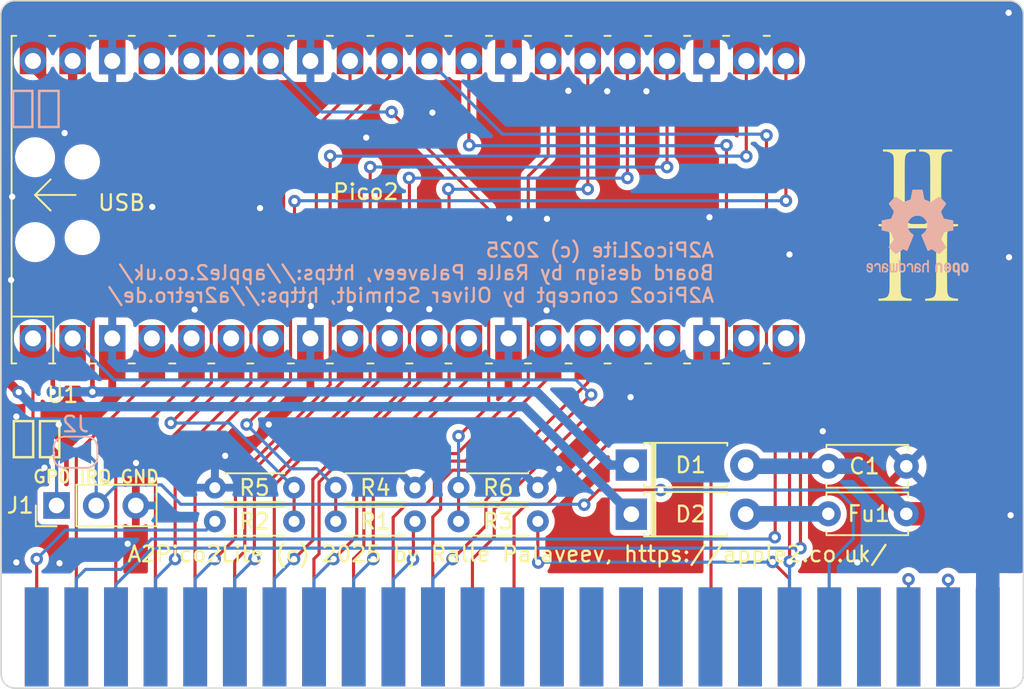
<source format=kicad_pcb>
(kicad_pcb (version 20240108) (generator "pcbnew") (generator_version "8.0")
  (title_block (title "A2Pico2Lite"))
  (layers (0 "F.Cu" signal) (31 "B.Cu" signal) (34 "B.Paste" user) (35 "F.Paste" user) (36 "B.SilkS" user "B.Silkscreen") (37 "F.SilkS" user "F.Silkscreen") (38 "B.Mask" user) (39 "F.Mask" user) (44 "Edge.Cuts" user))
  (net 0 "")
  (net 1 "GND")
  (net 2 "3.3V")
  (net 3 "VSYS")
  (net 4 "5V")
  (net 5 "VBUS")
  (net 6 "PHI0")
  (net 7 "A10")
  (net 8 "A11")
  (net 9 "D0")
  (net 10 "A0")
  (net 11 "D1")
  (net 12 "D2")
  (net 13 "D3")
  (net 14 "A1")
  (net 15 "A2")
  (net 16 "A3")
  (net 17 "D4")
  (net 18 "A4")
  (net 19 "D7")
  (net 20 "A7")
  (net 21 "A8")
  (net 22 "A9")
  (net 23 "A6")
  (net 24 "A5")
  (net 25 "D5")
  (net 26 "D6")
  (net 27 "3V3_en")
  (net 28 "ADC_VREF")
  (net 29 "~{DevSel}_")
  (net 30 "~{IOSel}_")
  (net 31 "~{IOStb}_")
  (net 32 "GPIO0")
  (net 33 "~{IRQ}")
  (net 34 "R~{W}")
  (net 35 "~{Reset}")
  (net 36 "~{IOStb}")
  (net 37 "~{IOSel}")
  (net 38 "~{DevSel}")
  (net 39 "5V-1")
  (footprint "" (layer "F.Cu") (at 150.606 123.90165)
    (property "Reference" "")
    (property "Value" "")
  )
  (footprint "" (layer "F.Cu") (at 178.546 123.90165)
    (property "Reference" "")
    (property "Value" "")
  )
  (footprint "" (layer "F.Cu") (at 153.146 123.90165)
    (property "Reference" "")
    (property "Value" "")
  )
  (footprint "Resistor_THT:R_Axial_DIN0204_L3.6mm_D1.6mm_P5.08mm_Horizontal" (layer "F.Cu") (at 134.085 114.33365 180)
    (property "Reference" "R5")
    (property "Value" "20k" (hide yes))
  )
  (footprint "" (layer "F.Cu") (at 173.466 123.90165)
    (property "Reference" "")
    (property "Value" "")
  )
  (footprint "" (layer "F.Cu") (at 158.226 123.90165)
    (property "Reference" "")
    (property "Value" "")
  )
  (footprint "Resistor_THT:R_Axial_DIN0204_L3.6mm_D1.6mm_P5.08mm_Horizontal" (layer "F.Cu") (at 149.706 114.33365 180)
    (property "Reference" "R6")
    (property "Value" "20k" (hide yes))
  )
  (footprint "Resistor_THT:R_Axial_DIN0204_L3.6mm_D1.6mm_P5.08mm_Horizontal" (layer "F.Cu") (at 141.832 114.33365 180)
    (property "Reference" "R4")
    (property "Value" "20k" (hide yes))
  )
  (footprint "" (layer "F.Cu") (at 125.206 123.90165)
    (property "Reference" "")
    (property "Value" "")
  )
  (footprint "" (layer "F.Cu") (at 148.066 123.90165)
    (property "Reference" "")
    (property "Value" "")
  )
  (footprint "" (layer "F.Cu") (at 137.906 123.90165)
    (property "Reference" "")
    (property "Value" "")
  )
  (footprint "LOGO" (layer "F.Cu") (at 174.0916 97.5106)
    (property "Reference" "G***" (hide yes))
    (property "Value" "LOGO" (hide yes))
  )
  (footprint "" (layer "F.Cu") (at 150.606 123.90165)
    (property "Reference" "")
    (property "Value" "")
  )
  (footprint "" (layer "F.Cu") (at 165.846 123.90165)
    (property "Reference" "")
    (property "Value" "")
  )
  (footprint "" (layer "F.Cu") (at 122.666 123.90165)
    (property "Reference" "")
    (property "Value" "")
  )
  (footprint "" (layer "F.Cu") (at 142.986 123.90165)
    (property "Reference" "")
    (property "Value" "")
  )
  (footprint "" (layer "F.Cu") (at 170.926 123.90165)
    (property "Reference" "")
    (property "Value" "")
  )
  (footprint "" (layer "F.Cu") (at 120.126 123.90165)
    (property "Reference" "")
    (property "Value" "")
  )
  (footprint "" (layer "F.Cu") (at 130.286 123.90165)
    (property "Reference" "")
    (property "Value" "")
  )
  (footprint "RaspberryPI PicoW:RPi_PicoW_SMD_TH" (layer "F.Cu") (at 141.478 95.87515 90)
    (property "Reference" "U1")
    (property "Value" "Pico" (hide yes))
  )
  (footprint "Capacitor_THT:C_Disc_D5.0mm_W2.5mm_P5.00mm" (layer "F.Cu") (at 168.3242 112.96205)
    (property "Reference" "C1")
    (property "Value" "100n" (hide yes))
  )
  (footprint "Resistor_THT:R_Axial_DIN0204_L3.6mm_D1.6mm_P5.08mm_Horizontal" (layer "F.Cu") (at 149.706 116.49265 180)
    (property "Reference" "R3")
    (property "Value" "10k" (hide yes))
  )
  (footprint "" (layer "F.Cu") (at 163.306 123.90165)
    (property "Reference" "")
    (property "Value" "")
  )
  (footprint "" (layer "F.Cu") (at 140.446 123.90165)
    (property "Reference" "")
    (property "Value" "")
  )
  (footprint "" (layer "F.Cu") (at 125.206 123.90165)
    (property "Reference" "")
    (property "Value" "")
  )
  (footprint "" (layer "F.Cu") (at 130.286 123.90165)
    (property "Reference" "")
    (property "Value" "")
  )
  (footprint "" (layer "F.Cu") (at 165.846 123.90165)
    (property "Reference" "")
    (property "Value" "")
  )
  (footprint "" (layer "F.Cu") (at 160.766 123.90165)
    (property "Reference" "")
    (property "Value" "")
  )
  (footprint "Capacitor_THT:C_Disc_D5.0mm_W2.5mm_P5.00mm" (layer "F.Cu") (at 173.3242 116.01005 180)
    (property "Reference" "Fu1")
    (property "Value" "500mA" (hide yes))
  )
  (footprint "" (layer "F.Cu") (at 176.006 123.90165)
    (property "Reference" "")
    (property "Value" "")
  )
  (footprint "" (layer "F.Cu") (at 163.306 123.90165)
    (property "Reference" "")
    (property "Value" "")
  )
  (footprint "" (layer "F.Cu") (at 117.586 123.90165)
    (property "Reference" "")
    (property "Value" "")
  )
  (footprint "" (layer "F.Cu") (at 160.766 123.90165)
    (property "Reference" "")
    (property "Value" "")
  )
  (footprint "Resistor_THT:R_Axial_DIN0204_L3.6mm_D1.6mm_P5.08mm_Horizontal" (layer "F.Cu") (at 134.085 116.49265 180)
    (property "Reference" "R2")
    (property "Value" "10k" (hide yes))
  )
  (footprint "" (layer "F.Cu") (at 140.446 123.90165)
    (property "Reference" "")
    (property "Value" "")
  )
  (footprint "" (layer "F.Cu") (at 145.526 123.90165)
    (property "Reference" "")
    (property "Value" "")
  )
  (footprint "" (layer "F.Cu") (at 178.546 123.90165)
    (property "Reference" "")
    (property "Value" "")
  )
  (footprint "" (layer "F.Cu") (at 170.926 123.90165)
    (property "Reference" "")
    (property "Value" "")
  )
  (footprint "" (layer "F.Cu") (at 132.826 123.90165)
    (property "Reference" "")
    (property "Value" "")
  )
  (footprint "" (layer "F.Cu") (at 135.366 123.90165)
    (property "Reference" "")
    (property "Value" "")
  )
  (footprint "" (layer "F.Cu") (at 155.686 123.90165)
    (property "Reference" "")
    (property "Value" "")
  )
  (footprint "" (layer "F.Cu") (at 158.226 123.90165)
    (property "Reference" "")
    (property "Value" "")
  )
  (footprint "" (layer "F.Cu") (at 168.386 123.90165)
    (property "Reference" "")
    (property "Value" "")
  )
  (footprint "" (layer "F.Cu") (at 145.526 123.90165)
    (property "Reference" "")
    (property "Value" "")
  )
  (footprint "Diode_THT:D_T-1_P5.08mm_Horizontal" (layer "F.Cu") (at 155.7004 112.88585)
    (property "Reference" "D1")
    (property "Value" "D_T-1_P5.08mm_Horizontal" (hide yes))
  )
  (footprint "" (layer "F.Cu") (at 173.466 123.90165)
    (property "Reference" "")
    (property "Value" "")
  )
  (footprint "" (layer "F.Cu") (at 122.666 123.90165)
    (property "Reference" "")
    (property "Value" "")
  )
  (footprint "" (layer "F.Cu") (at 168.386 123.90165)
    (property "Reference" "")
    (property "Value" "")
  )
  (footprint "Connector_PinHeader_2.54mm:PinHeader_1x03_P2.54mm_Vertical" (layer "F.Cu") (at 118.86 115.47665 90)
    (property "Reference" "J1")
    (property "Value" "PinHeader_1x03_P2.54mm_Vertical" (hide yes))
  )
  (footprint "Resistor_THT:R_Axial_DIN0204_L3.6mm_D1.6mm_P5.08mm_Horizontal" (layer "F.Cu") (at 141.832 116.49265 180)
    (property "Reference" "R1")
    (property "Value" "10k" (hide yes))
  )
  (footprint "" (layer "F.Cu") (at 142.986 123.90165)
    (property "Reference" "")
    (property "Value" "")
  )
  (footprint "" (layer "F.Cu") (at 135.366 123.90165)
    (property "Reference" "")
    (property "Value" "")
  )
  (footprint "" (layer "F.Cu") (at 148.066 123.90165)
    (property "Reference" "")
    (property "Value" "")
  )
  (footprint "" (layer "F.Cu") (at 137.906 123.90165)
    (property "Reference" "")
    (property "Value" "")
  )
  (footprint "" (layer "F.Cu") (at 132.826 123.90165)
    (property "Reference" "")
    (property "Value" "")
  )
  (footprint "" (layer "F.Cu") (at 127.746 123.90165)
    (property "Reference" "")
    (property "Value" "")
  )
  (footprint "" (layer "F.Cu") (at 120.126 123.90165)
    (property "Reference" "")
    (property "Value" "")
  )
  (footprint "" (layer "F.Cu") (at 153.146 123.90165)
    (property "Reference" "")
    (property "Value" "")
  )
  (footprint "" (layer "F.Cu") (at 176.006 123.90165)
    (property "Reference" "")
    (property "Value" "")
  )
  (footprint "Diode_THT:D_T-1_P5.08mm_Horizontal" (layer "F.Cu") (at 155.7004 116.03545)
    (property "Reference" "D2")
    (property "Value" "D_T-1_P5.08mm_Horizontal" (hide yes))
  )
  (footprint "" (layer "F.Cu") (at 155.686 123.90165)
    (property "Reference" "")
    (property "Value" "")
  )
  (footprint "" (layer "F.Cu") (at 127.746 123.90165)
    (property "Reference" "")
    (property "Value" "")
  )
  (footprint "" (layer "F.Cu") (at 117.586 123.90165)
    (property "Reference" "")
    (property "Value" "")
  )
  (footprint "Jumper:SolderJumper-2_P1.3mm_Bridged_RoundedPad1.0x1.5mm" (layer "B.Cu") (at 120.0762 112.0648 180)
    (property "Reference" "J2")
    (property "Value" "SolderJumper-2_P1.3mm_Bridged_RoundedPad1.0x1.5mm" (hide yes))
  )
  (footprint "Symbol:OSHW-Logo2_7.3x6mm_SilkScreen" (layer "B.Cu") (at 174.0408 97.9932 180)
    (property "Reference" "REF**" (hide yes))
    (property "Value" "OSHW-Logo2_7.3x6mm_SilkScreen" (hide yes))
  )
  (gr_line (start 120.078 95.57515) (end 117.478 95.57515) (stroke (width 0.12)) (layer "F.SilkS"))
  (gr_line (start 118.478 96.57515) (end 117.478 95.57515) (stroke (width 0.12)) (layer "F.SilkS"))
  (gr_line (start 118.478 94.57515) (end 117.478 95.57515) (stroke (width 0.12)) (layer "F.SilkS"))
  (gr_line (start 117.478 95.57515) (end 118.478 96.57515) (stroke (width 0.12)) (layer "F.SilkS"))
  (gr_arc (start 116.198623 127.184177) (mid 115.57 126.9238) (end 115.309623 126.295177) (stroke (width 0.1)) (layer "Edge.Cuts"))
  (gr_arc (start 180.828977 126.320577) (mid 180.5686 126.9492) (end 179.939977 127.209577) (stroke (width 0.1)) (layer "Edge.Cuts"))
  (gr_line (start 116.173223 83.127823) (end 179.939977 83.127823) (stroke (width 0.1)) (layer "Edge.Cuts"))
  (gr_arc (start 115.284223 84.016823) (mid 115.5446 83.3882) (end 116.173223 83.127823) (stroke (width 0.1)) (layer "Edge.Cuts"))
  (gr_line (start 116.198623 127.184177) (end 179.939977 127.209577) (stroke (width 0.1)) (layer "Edge.Cuts"))
  (gr_line (start 180.828977 126.320577) (end 180.828977 84.016823) (stroke (width 0.1)) (layer "Edge.Cuts"))
  (gr_line (start 115.309623 126.295177) (end 115.284223 84.016823) (stroke (width 0.1)) (layer "Edge.Cuts"))
  (gr_arc (start 179.939977 83.127823) (mid 180.5686 83.3882) (end 180.828977 84.016823) (stroke (width 0.1)) (layer "Edge.Cuts"))
  (gr_text "A2Pico2Lite (c) 2025\nBoard design by Ralle Palaveev, https://apple2.co.uk/\nA2Pico2 concept by Oliver Schmidt, https://a2retro.de/\n" (at 161.0868 102.5398 0) (layer "B.SilkS") (effects (font (size 0.9 0.9)) (justify left bottom mirror)))
  (gr_text "" (at 115.8494 91.1352 0) (layer "B.SilkS") (effects (font (size 2 2) (thickness 0.3) (bold yes)) (justify left bottom)))
  (gr_text "Pico2" (at 138.678 95.37515 0) (layer "F.SilkS") (effects (font (size 1 1))))
  (gr_text "" (at 155.686 123.90165 0) (layer "F.SilkS") (effects (font (size 1.27 1.27))))
  (gr_text "USB" (at 123.025 96.07665 0) (layer "F.SilkS") (effects (font (size 1 1))))
  (gr_text "A2Pico2Lite (c) 2025 by Ralle Palaveev, https://apple2.co.uk/" (at 147.7518 118.5926 0) (layer "F.SilkS") (effects (font (size 1 1))))
  (gr_text "" (at 155.686 123.90165 0) (layer "F.SilkS") (effects (font (size 1.27 1.27))))
  (gr_text "GP0 IRQ GND" (at 117.2702 114.10505 0) (layer "F.SilkS") (effects (font (size 0.8 0.8)) (justify left bottom)))
  (gr_text "" (at 115.9002 112.30005 0) (layer "F.SilkS") (effects (font (size 2 2) (thickness 0.3) (bold yes)) (justify left bottom)))
  (segment (start 176.006 120.242056) (end 176.006 123.90165) (width 0.2) (layer "F.Cu") (net 0))
  (segment (start 173.466 120.207843) (end 173.466 123.90165) (width 0.2) (layer "F.Cu") (net 0))
  (via (at 173.466 120.207843) (size 0.8) (drill 0.4) (layers "F.Cu" "B.Cu") (net 0))
  (via (at 176.006 120.242056) (size 0.8) (drill 0.4) (layers "F.Cu" "B.Cu") (net 0))
  (segment (start 173.466 120.207843) (end 173.466 123.90165) (width 0.2) (layer "B.Cu") (net 0))
  (segment (start 176.006 120.242056) (end 176.006 123.90165) (width 0.2) (layer "B.Cu") (net 0))
  (via (at 154.1526 88.9254) (size 0.8) (drill 0.4) (layers "F.Cu" "B.Cu") (net 1))
  (via (at 123.952 112.7506) (size 0.8) (drill 0.4) (layers "F.Cu" "B.Cu") (net 1))
  (via (at 118.999 110.2868) (size 0.8) (drill 0.4) (layers "F.Cu" "B.Cu") (net 1))
  (via (at 140.1826 102.8954) (size 0.8) (drill 0.4) (layers "F.Cu" "B.Cu") (net 1))
  (via (at 118.0846 113.0554) (size 0.8) (drill 0.4) (layers "F.Cu" "B.Cu") (net 1))
  (via (at 151.6634 88.9) (size 0.8) (drill 0.4) (layers "F.Cu" "B.Cu") (net 1))
  (via (at 150.2918 97.1042) (size 0.8) (drill 0.4) (layers "F.Cu" "B.Cu") (net 1))
  (via (at 147.8788 97.0788) (size 0.8) (drill 0.4) (layers "F.Cu" "B.Cu") (net 1))
  (via (at 160.7058 97.0026) (size 0.8) (drill 0.4) (layers "F.Cu" "B.Cu") (net 1))
  (via (at 167.9702 110.7186) (size 0.8) (drill 0.4) (layers "F.Cu" "B.Cu") (net 1))
  (via (at 165.8366 99.3902) (size 0.8) (drill 0.4) (layers "F.Cu" "B.Cu") (net 1))
  (via (at 179.9082 99.568) (size 0.8) (drill 0.4) (layers "F.Cu" "B.Cu") (net 1))
  (via (at 123.4186 117.9322) (size 0.8) (drill 0.4) (layers "F.Cu" "B.Cu") (net 1))
  (via (at 116.2812 119.126) (size 0.8) (drill 0.4) (layers "F.Cu" "B.Cu") (net 1))
  (via (at 127.7112 102.9208) (size 0.8) (drill 0.4) (layers "F.Cu" "B.Cu") (net 1))
  (via (at 151.0792 113.1316) (size 0.8) (drill 0.4) (layers "F.Cu" "B.Cu") (net 1))
  (via (at 142.748 102.8954) (size 0.8) (drill 0.4) (layers "F.Cu" "B.Cu") (net 1))
  (via (at 135.1534 102.6922) (size 0.8) (drill 0.4) (layers "F.Cu" "B.Cu") (net 1))
  (via (at 170.18 119.126) (size 0.8) (drill 0.4) (layers "F.Cu" "B.Cu") (net 1))
  (via (at 180.0098 116.1034) (size 0.8) (drill 0.4) (layers "F.Cu" "B.Cu") (net 1))
  (via (at 119.375 91.60665) (size 0.8) (drill 0.4) (layers "F.Cu" "B.Cu") (net 1))
  (via (at 150.2664 102.9716) (size 0.8) (drill 0.4) (layers "F.Cu" "B.Cu") (net 1))
  (via (at 116.015 95.68665) (size 0.8) (drill 0.4) (layers "F.Cu" "B.Cu") (net 1))
  (via (at 179.8828 83.8962) (size 0.8) (drill 0.4) (layers "F.Cu" "B.Cu") (net 1))
  (via (at 138.7094 91.8972) (size 0.8) (drill 0.4) (layers "F.Cu" "B.Cu") (net 1))
  (via (at 137.668 102.87) (size 0.8) (drill 0.4) (layers "F.Cu" "B.Cu") (net 1))
  (via (at 131.9022 96.4184) (size 0.8) (drill 0.4) (layers "F.Cu" "B.Cu") (net 1))
  (via (at 142.9512 90.297) (size 0.8) (drill 0.4) (layers "F.Cu" "B.Cu") (net 1))
  (via (at 156.6672 88.9254) (size 0.8) (drill 0.4) (layers "F.Cu" "B.Cu") (net 1))
  (via (at 115.945 101.02665) (size 0.8) (drill 0.4) (layers "F.Cu" "B.Cu") (net 1))
  (via (at 116.2812 109.7788) (size 0.8) (drill 0.4) (layers "F.Cu" "B.Cu") (net 1))
  (via (at 132.461 110.2868) (size 0.8) (drill 0.4) (layers "F.Cu" "B.Cu") (net 1))
  (via (at 129.667 112.2934) (size 0.8) (drill 0.4) (layers "F.Cu" "B.Cu") (net 1))
  (via (at 155.6512 108.5342) (size 0.8) (drill 0.4) (layers "F.Cu" "B.Cu") (net 1))
  (via (at 124.9934 96.3422) (size 0.8) (drill 0.4) (layers "F.Cu" "B.Cu") (net 1))
  (via (at 119.0498 119.1768) (size 0.8) (drill 0.4) (layers "F.Cu" "B.Cu") (net 1))
  (segment (start 178.546 117.363043) (end 178.546 123.90165) (width 1.5) (layer "B.Cu") (net 1))
  (segment (start 118.618 108.19415) (end 118.618 102.92365) (width 0.3) (layer "F.Cu") (net 3))
  (segment (start 123.063 91.55715) (end 119.888 88.38215) (width 0.6) (layer "F.Cu") (net 3))
  (segment (start 118.618 102.47915) (end 119.507 101.59015) (width 0.6) (layer "F.Cu") (net 3))
  (segment (start 121.92 101.59015) (end 123.063 100.44715) (width 0.6) (layer "F.Cu") (net 3))
  (segment (start 119.507 101.59015) (end 121.92 101.59015) (width 0.6) (layer "F.Cu") (net 3))
  (segment (start 121.158 101.59015) (end 121.158 102.92365) (width 0.6) (layer "F.Cu") (net 3))
  (segment (start 118.618 102.92365) (end 118.618 102.47915) (width 0.6) (layer "F.Cu") (net 3))
  (segment (start 119.888 88.38215) (end 119.888 86.98515) (width 0.6) (layer "F.Cu") (net 3))
  (segment (start 121.158 108.19415) (end 121.158 102.92365) (width 0.3) (layer "F.Cu") (net 3))
  (segment (start 123.063 100.44715) (end 123.063 91.55715) (width 0.6) (layer "F.Cu") (net 3))
  (via (at 118.618 108.19415) (size 0.8) (drill 0.4) (layers "F.Cu" "B.Cu") (net 3))
  (via (at 121.158 108.19415) (size 0.8) (drill 0.4) (layers "F.Cu" "B.Cu") (net 3))
  (segment (start 149.6371 108.19415) (end 154.3288 112.88585) (width 0.6) (layer "B.Cu") (net 3))
  (segment (start 154.3288 112.88585) (end 155.7004 112.88585) (width 0.6) (layer "B.Cu") (net 3))
  (segment (start 121.158 108.19415) (end 149.6371 108.19415) (width 0.6) (layer "B.Cu") (net 3))
  (segment (start 121.158 108.19415) (end 118.618 108.19415) (width 0.6) (layer "B.Cu") (net 3))
  (segment (start 177.215507 116.01005) (end 173.3242 116.01005) (width 1.5) (layer "F.Cu") (net 4))
  (segment (start 163.1066 112.96205) (end 163.0304 112.88585) (width 1.5) (layer "F.Cu") (net 4))
  (segment (start 178.546 117.340543) (end 178.546 123.90165) (width 1.5) (layer "F.Cu") (net 4))
  (segment (start 178.546 117.340543) (end 177.215507 116.01005) (width 1.5) (layer "F.Cu") (net 4))
  (segment (start 168.3242 112.96205) (end 163.1066 112.96205) (width 1) (layer "B.Cu") (net 4))
  (segment (start 173.3242 115.98085) (end 170.3054 112.96205) (width 1) (layer "B.Cu") (net 4))
  (segment (start 173.3242 116.01005) (end 173.3242 115.98085) (width 1) (layer "B.Cu") (net 4))
  (segment (start 170.3054 112.96205) (end 168.3242 112.96205) (width 1) (layer "B.Cu") (net 4))
  (segment (start 117.348 87.36615) (end 117.348 86.98515) (width 0.6) (layer "F.Cu") (net 5))
  (segment (start 115.824 107.60425) (end 115.824 103.43165) (width 0.6) (layer "F.Cu") (net 5))
  (segment (start 122.047 92.06515) (end 117.348 87.36615) (width 0.6) (layer "F.Cu") (net 5))
  (segment (start 116.432 108.21225) (end 115.824 107.60425) (width 0.6) (layer "F.Cu") (net 5))
  (segment (start 118.745 100.51065) (end 121.412 100.51065) (width 0.6) (layer "F.Cu") (net 5))
  (segment (start 122.047 99.87565) (end 122.047 92.06515) (width 0.6) (layer "F.Cu") (net 5))
  (segment (start 115.824 103.43165) (end 118.745 100.51065) (width 0.6) (layer "F.Cu") (net 5))
  (segment (start 121.412 100.51065) (end 122.047 99.87565) (width 0.6) (layer "F.Cu") (net 5))
  (via (at 116.432 108.21225) (size 0.8) (drill 0.4) (layers "F.Cu" "B.Cu") (net 5))
  (segment (start 117.3639 109.14415) (end 148.8091 109.14415) (width 0.6) (layer "B.Cu") (net 5))
  (segment (start 116.432 108.21225) (end 117.3639 109.14415) (width 0.6) (layer "B.Cu") (net 5))
  (segment (start 148.8091 109.14415) (end 155.7004 116.03545) (width 0.6) (layer "B.Cu") (net 5))
  (segment (start 144.23675 118.9139) (end 146.3786 116.77205) (width 0.2) (layer "F.Cu") (net 6))
  (segment (start 146.3786 115.120401) (end 153.126921 108.37208) (width 0.2) (layer "F.Cu") (net 6))
  (segment (start 146.3786 116.77205) (end 146.3786 115.120401) (width 0.2) (layer "F.Cu") (net 6))
  (via (at 144.23675 118.9139) (size 0.8) (drill 0.4) (layers "F.Cu" "B.Cu") (net 6))
  (via (at 153.126921 108.37208) (size 0.8) (drill 0.4) (layers "F.Cu" "B.Cu") (net 6))
  (segment (start 142.98325 120.1674) (end 142.98325 123.9044) (width 0.2) (layer "B.Cu") (net 6))
  (segment (start 153.09163 108.37208) (end 152.1444 107.42485) (width 0.2) (layer "B.Cu") (net 6))
  (segment (start 122.5477 107.42485) (end 119.888 104.76515) (width 0.2) (layer "B.Cu") (net 6))
  (segment (start 152.1444 107.42485) (end 122.5477 107.42485) (width 0.2) (layer "B.Cu") (net 6))
  (segment (start 153.126921 108.37208) (end 153.09163 108.37208) (width 0.2) (layer "B.Cu") (net 6))
  (segment (start 142.98325 123.9044) (end 142.97775 123.9099) (width 0.2) (layer "B.Cu") (net 6))
  (segment (start 144.23675 118.9139) (end 142.98325 120.1674) (width 0.2) (layer "B.Cu") (net 6))
  (segment (start 145.515 118.90565) (end 146.912 117.50865) (width 0.2) (layer "F.Cu") (net 7))
  (segment (start 146.912 115.713436) (end 155.448 107.177436) (width 0.2) (layer "F.Cu") (net 7))
  (segment (start 146.912 117.50865) (end 146.912 115.713436) (width 0.2) (layer "F.Cu") (net 7))
  (segment (start 155.448 107.177436) (end 155.448 104.76515) (width 0.2) (layer "F.Cu") (net 7))
  (segment (start 145.515 123.90165) (end 145.515 118.90565) (width 0.2) (layer "F.Cu") (net 7))
  (segment (start 148.182 123.90165) (end 148.182 116.18785) (width 0.2) (layer "F.Cu") (net 8))
  (segment (start 150.3156 115.40045) (end 157.988 107.72805) (width 0.2) (layer "F.Cu") (net 8))
  (segment (start 148.182 116.18785) (end 148.9694 115.40045) (width 0.2) (layer "F.Cu") (net 8))
  (segment (start 148.9694 115.40045) (end 150.3156 115.40045) (width 0.2) (layer "F.Cu") (net 8))
  (segment (start 157.988 107.72805) (end 157.988 104.76515) (width 0.2) (layer "F.Cu") (net 8))
  (segment (start 164.8952 117.51115) (end 164.9206 117.48575) (width 0.2) (layer "F.Cu") (net 9))
  (segment (start 164.9206 117.48575) (end 164.9206 111.31105) (width 0.2) (layer "F.Cu") (net 9))
  (segment (start 163.068 109.45845) (end 163.068 104.76515) (width 0.2) (layer "F.Cu") (net 9))
  (segment (start 164.9206 111.31105) (end 163.068 109.45845) (width 0.2) (layer "F.Cu") (net 9))
  (via (at 164.8952 117.51115) (size 0.8) (drill 0.4) (layers "F.Cu" "B.Cu") (net 9))
  (segment (start 120.716825 119.573825) (end 122.996175 119.573825) (width 0.2) (layer "B.Cu") (net 9))
  (segment (start 164.7771 117.62925) (end 164.8952 117.51115) (width 0.2) (layer "B.Cu") (net 9))
  (segment (start 124.94075 117.62925) (end 164.7771 117.62925) (width 0.2) (layer "B.Cu") (net 9))
  (segment (start 120.126 123.90165) (end 120.126 120.16465) (width 0.2) (layer "B.Cu") (net 9))
  (segment (start 122.996175 119.573825) (end 124.94075 117.62925) (width 0.2) (layer "B.Cu") (net 9))
  (segment (start 120.126 120.16465) (end 120.716825 119.573825) (width 0.2) (layer "B.Cu") (net 9))
  (segment (start 120.126 118.90565) (end 120.126 112.13825) (width 0.2) (layer "F.Cu") (net 10))
  (segment (start 120.126 118.90565) (end 120.126 123.90165) (width 0.2) (layer "F.Cu") (net 10))
  (segment (start 120.126 112.13825) (end 124.968 107.29625) (width 0.2) (layer "F.Cu") (net 10))
  (segment (start 124.968 107.29625) (end 124.968 104.76515) (width 0.2) (layer "F.Cu") (net 10))
  (segment (start 165.608 108.21385) (end 165.608 104.76515) (width 0.2) (layer "F.Cu") (net 11))
  (segment (start 166.5405 118.21115) (end 166.5405 109.14635) (width 0.2) (layer "F.Cu") (net 11))
  (segment (start 166.5405 109.14635) (end 165.608 108.21385) (width 0.2) (layer "F.Cu") (net 11))
  (via (at 166.5405 118.21115) (size 0.8) (drill 0.4) (layers "F.Cu" "B.Cu") (net 11))
  (segment (start 122.6605 120.5445) (end 122.6605 123.90715) (width 0.2) (layer "B.Cu") (net 11))
  (segment (start 124.99385 118.21115) (end 122.6605 120.5445) (width 0.2) (layer "B.Cu") (net 11))
  (segment (start 166.5405 118.21115) (end 124.99385 118.21115) (width 0.2) (layer "B.Cu") (net 11))
  (segment (start 126.4595 112.45365) (end 126.4595 118.91115) (width 0.2) (layer "F.Cu") (net 12))
  (segment (start 165.608 95.94405) (end 165.608 86.98515) (width 0.2) (layer "F.Cu") (net 12))
  (segment (start 131.3164 102.67505) (end 131.3164 107.59675) (width 0.2) (layer "F.Cu") (net 12))
  (segment (start 134.1104 95.96945) (end 134.1104 99.88105) (width 0.2) (layer "F.Cu") (net 12))
  (segment (start 131.3164 107.59675) (end 126.4595 112.45365) (width 0.2) (layer "F.Cu") (net 12))
  (segment (start 134.1104 99.88105) (end 131.3164 102.67505) (width 0.2) (layer "F.Cu") (net 12))
  (via (at 134.1104 95.96945) (size 0.8) (drill 0.4) (layers "F.Cu" "B.Cu") (net 12))
  (via (at 126.4595 118.91115) (size 0.8) (drill 0.4) (layers "F.Cu" "B.Cu") (net 12))
  (via (at 165.608 95.94405) (size 0.8) (drill 0.4) (layers "F.Cu" "B.Cu") (net 12))
  (segment (start 125.2005 120.17015) (end 125.2005 123.90715) (width 0.2) (layer "B.Cu") (net 12))
  (segment (start 165.608 86.92865) (end 165.581 86.90165) (width 0.2) (layer "B.Cu") (net 12))
  (segment (start 165.608 95.94405) (end 134.1358 95.94405) (width 0.2) (layer "B.Cu") (net 12))
  (segment (start 126.4595 118.91115) (end 125.2005 120.17015) (width 0.2) (layer "B.Cu") (net 12))
  (segment (start 134.1358 95.94405) (end 134.1104 95.96945) (width 0.2) (layer "B.Cu") (net 12))
  (segment (start 163.068 93.09925) (end 163.068 86.98515) (width 0.2) (layer "F.Cu") (net 13))
  (segment (start 136.3964 107.72965) (end 130.3258 113.80025) (width 0.2) (layer "F.Cu") (net 13))
  (segment (start 130.3258 117.58485) (end 128.9995 118.91115) (width 0.2) (layer "F.Cu") (net 13))
  (segment (start 136.3964 93.07385) (end 136.3964 107.72965) (width 0.2) (layer "F.Cu") (net 13))
  (segment (start 130.3258 113.80025) (end 130.3258 117.58485) (width 0.2) (layer "F.Cu") (net 13))
  (via (at 128.9995 118.91115) (size 0.8) (drill 0.4) (layers "F.Cu" "B.Cu") (net 13))
  (via (at 163.068 93.09925) (size 0.8) (drill 0.4) (layers "F.Cu" "B.Cu") (net 13))
  (via (at 136.3964 93.07385) (size 0.8) (drill 0.4) (layers "F.Cu" "B.Cu") (net 13))
  (segment (start 127.7405 120.17015) (end 127.7405 123.90715) (width 0.2) (layer "B.Cu") (net 13))
  (segment (start 163.0538 93.08505) (end 136.4076 93.08505) (width 0.2) (layer "B.Cu") (net 13))
  (segment (start 163.068 93.09925) (end 163.0538 93.08505) (width 0.2) (layer "B.Cu") (net 13))
  (segment (start 128.9995 118.91115) (end 127.7405 120.17015) (width 0.2) (layer "B.Cu") (net 13))
  (segment (start 136.4076 93.08505) (end 136.3964 93.07385) (width 0.2) (layer "B.Cu") (net 13))
  (segment (start 122.655 118.90565) (end 122.655 123.90165) (width 0.2) (layer "F.Cu") (net 14))
  (segment (start 127.508 107.34705) (end 122.655 112.20005) (width 0.2) (layer "F.Cu") (net 14))
  (segment (start 122.655 112.20005) (end 122.655 118.90565) (width 0.2) (layer "F.Cu") (net 14))
  (segment (start 127.508 104.76515) (end 127.508 107.34705) (width 0.2) (layer "F.Cu") (net 14))
  (segment (start 125.206 120.157043) (end 125.206 123.90165) (width 0.2) (layer "F.Cu") (net 15))
  (segment (start 125.195 118.90565) (end 125.195 123.90165) (width 0.2) (layer "F.Cu") (net 15))
  (segment (start 130.048 107.30895) (end 130.048 104.76515) (width 0.2) (layer "F.Cu") (net 15))
  (segment (start 125.195 112.16195) (end 130.048 107.30895) (width 0.2) (layer "F.Cu") (net 15))
  (segment (start 125.195 118.90565) (end 125.195 112.16195) (width 0.2) (layer "F.Cu") (net 15))
  (segment (start 127.735 112.17465) (end 132.588 107.32165) (width 0.2) (layer "F.Cu") (net 16))
  (segment (start 127.735 118.90565) (end 127.735 123.90165) (width 0.2) (layer "F.Cu") (net 16))
  (segment (start 127.735 118.90565) (end 127.735 112.17465) (width 0.2) (layer "F.Cu") (net 16))
  (segment (start 132.588 107.32165) (end 132.588 104.76515) (width 0.2) (layer "F.Cu") (net 16))
  (segment (start 157.988 93.78505) (end 157.988 86.98515) (width 0.2) (layer "F.Cu") (net 17))
  (segment (start 131.5395 114.891064) (end 138.9618 107.468764) (width 0.2) (layer "F.Cu") (net 17))
  (segment (start 138.9618 107.468764) (end 138.9618 93.78505) (width 0.2) (layer "F.Cu") (net 17))
  (segment (start 131.5395 118.91115) (end 131.5395 114.891064) (width 0.2) (layer "F.Cu") (net 17))
  (via (at 138.9618 93.78505) (size 0.8) (drill 0.4) (layers "F.Cu" "B.Cu") (net 17))
  (via (at 131.5395 118.91115) (size 0.8) (drill 0.4) (layers "F.Cu" "B.Cu") (net 17))
  (via (at 157.988 93.78505) (size 0.8) (drill 0.4) (layers "F.Cu" "B.Cu") (net 17))
  (segment (start 157.988 93.78505) (end 138.9618 93.78505) (width 0.2) (layer "B.Cu") (net 17))
  (segment (start 130.2805 120.17015) (end 130.2805 123.90715) (width 0.2) (layer "B.Cu") (net 17))
  (segment (start 131.5395 118.91115) (end 130.2805 120.17015) (width 0.2) (layer "B.Cu") (net 17))
  (segment (start 130.9227 118.41035) (end 130.275 119.05805) (width 0.2) (layer "F.Cu") (net 18))
  (segment (start 130.275 123.90165) (end 130.275 119.05805) (width 0.2) (layer "F.Cu") (net 18))
  (segment (start 130.9227 113.78755) (end 130.9227 118.41035) (width 0.2) (layer "F.Cu") (net 18))
  (segment (start 137.668 107.04225) (end 137.668 104.76515) (width 0.2) (layer "F.Cu") (net 18))
  (segment (start 130.9227 113.78755) (end 137.668 107.04225) (width 0.2) (layer "F.Cu") (net 18))
  (segment (start 139.1595 118.91115) (end 139.1595 114.69475) (width 0.2) (layer "F.Cu") (net 19))
  (segment (start 150.368 93.09765) (end 150.368 86.98515) (width 0.2) (layer "F.Cu") (net 19))
  (segment (start 149.0964 107.59675) (end 149.0964 94.36925) (width 0.2) (layer "F.Cu") (net 19))
  (segment (start 149.0964 94.36925) (end 150.368 93.09765) (width 0.2) (layer "F.Cu") (net 19))
  (segment (start 144.5439 112.14925) (end 149.0964 107.59675) (width 0.2) (layer "F.Cu") (net 19))
  (segment (start 141.705 112.14925) (end 144.5439 112.14925) (width 0.2) (layer "F.Cu") (net 19))
  (segment (start 139.1595 114.69475) (end 141.705 112.14925) (width 0.2) (layer "F.Cu") (net 19))
  (via (at 139.1595 118.91115) (size 0.8) (drill 0.4) (layers "F.Cu" "B.Cu") (net 19))
  (segment (start 137.9005 120.17015) (end 137.9005 123.90715) (width 0.2) (layer "B.Cu") (net 19))
  (segment (start 139.1595 118.91115) (end 137.9005 120.17015) (width 0.2) (layer "B.Cu") (net 19))
  (segment (start 138.5554 118.24525) (end 137.895 118.90565) (width 0.2) (layer "F.Cu") (net 20))
  (segment (start 138.5554 114.07965) (end 145.288 107.34705) (width 0.2) (layer "F.Cu") (net 20))
  (segment (start 138.5554 114.07965) (end 138.5554 118.24525) (width 0.2) (layer "F.Cu") (net 20))
  (segment (start 145.288 107.34705) (end 145.288 104.76515) (width 0.2) (layer "F.Cu") (net 20))
  (segment (start 137.895 118.90565) (end 137.895 123.90165) (width 0.2) (layer "F.Cu") (net 20))
  (segment (start 150.368 107.32165) (end 150.368 104.76515) (width 0.2) (layer "F.Cu") (net 21))
  (segment (start 140.435 116.23865) (end 141.2605 115.41315) (width 0.2) (layer "F.Cu") (net 21))
  (segment (start 141.2605 115.41315) (end 142.5305 115.41315) (width 0.2) (layer "F.Cu") (net 21))
  (segment (start 143.0766 114.86705) (end 143.0766 113.54625) (width 0.2) (layer "F.Cu") (net 21))
  (segment (start 143.0766 113.54625) (end 143.991 112.63185) (width 0.2) (layer "F.Cu") (net 21))
  (segment (start 145.0578 112.63185) (end 150.368 107.32165) (width 0.2) (layer "F.Cu") (net 21))
  (segment (start 140.435 123.90165) (end 140.435 116.23865) (width 0.2) (layer "F.Cu") (net 21))
  (segment (start 142.5305 115.41315) (end 143.0766 114.86705) (width 0.2) (layer "F.Cu") (net 21))
  (segment (start 143.991 112.63185) (end 145.0578 112.63185) (width 0.2) (layer "F.Cu") (net 21))
  (segment (start 144.245 113.21605) (end 147.293 113.21605) (width 0.2) (layer "F.Cu") (net 22))
  (segment (start 142.975 123.90165) (end 142.975 116.21325) (width 0.2) (layer "F.Cu") (net 22))
  (segment (start 147.293 113.21605) (end 152.908 107.60105) (width 0.2) (layer "F.Cu") (net 22))
  (segment (start 143.4766 115.71165) (end 143.4766 113.98445) (width 0.2) (layer "F.Cu") (net 22))
  (segment (start 143.4766 113.98445) (end 144.245 113.21605) (width 0.2) (layer "F.Cu") (net 22))
  (segment (start 142.975 116.21325) (end 143.4766 115.71165) (width 0.2) (layer "F.Cu") (net 22))
  (segment (start 152.908 107.60105) (end 152.908 104.76515) (width 0.2) (layer "F.Cu") (net 22))
  (segment (start 135.355 123.90165) (end 135.355 118.90565) (width 0.2) (layer "F.Cu") (net 23))
  (segment (start 135.6852 113.97805) (end 142.748 106.91525) (width 0.2) (layer "F.Cu") (net 23))
  (segment (start 142.748 106.91525) (end 142.748 104.76515) (width 0.2) (layer "F.Cu") (net 23))
  (segment (start 135.355 118.90565) (end 135.6852 118.57545) (width 0.2) (layer "F.Cu") (net 23))
  (segment (start 135.6852 118.57545) (end 135.6852 113.97805) (width 0.2) (layer "F.Cu") (net 23))
  (segment (start 132.815 123.90165) (end 132.815 114.18125) (width 0.2) (layer "F.Cu") (net 24))
  (segment (start 132.815 114.18125) (end 140.208 106.78825) (width 0.2) (layer "F.Cu") (net 24))
  (segment (start 140.208 106.78825) (end 140.208 104.76515) (width 0.2) (layer "F.Cu") (net 24))
  (segment (start 132.826 123.90165) (end 132.8462 123.88145) (width 0.2) (layer "F.Cu") (net 24))
  (segment (start 141.4764 94.51045) (end 141.4764 107.621164) (width 0.2) (layer "F.Cu") (net 25))
  (segment (start 135.2852 113.812364) (end 135.2852 117.70545) (width 0.2) (layer "F.Cu") (net 25))
  (segment (start 135.2852 117.70545) (end 134.0795 118.91115) (width 0.2) (layer "F.Cu") (net 25))
  (segment (start 141.4764 107.621164) (end 135.2852 113.812364) (width 0.2) (layer "F.Cu") (net 25))
  (segment (start 141.451 94.48505) (end 141.4764 94.51045) (width 0.2) (layer "F.Cu") (net 25))
  (segment (start 155.448 86.98515) (end 155.448 94.67245) (width 0.2) (layer "F.Cu") (net 25))
  (segment (start 155.448 94.67245) (end 155.448 94.48505) (width 0.25) (layer "F.Cu") (net 25))
  (via (at 141.451 94.48505) (size 0.8) (drill 0.4) (layers "F.Cu" "B.Cu") (net 25))
  (via (at 155.448 94.48505) (size 0.8) (drill 0.4) (layers "F.Cu" "B.Cu") (net 25))
  (via (at 134.0795 118.91115) (size 0.8) (drill 0.4) (layers "F.Cu" "B.Cu") (net 25))
  (segment (start 141.451 94.48505) (end 141.4622 94.49625) (width 0.2) (layer "B.Cu") (net 25))
  (segment (start 155.4368 94.49625) (end 155.448 94.48505) (width 0.2) (layer "B.Cu") (net 25))
  (segment (start 134.0795 118.91115) (end 132.8205 120.17015) (width 0.2) (layer "B.Cu") (net 25))
  (segment (start 141.4622 94.49625) (end 155.4368 94.49625) (width 0.2) (layer "B.Cu") (net 25))
  (segment (start 132.8205 120.17015) (end 132.8205 123.90715) (width 0.2) (layer "B.Cu") (net 25))
  (segment (start 144.0164 107.62805) (end 138.0982 113.54625) (width 0.2) (layer "F.Cu") (net 26))
  (segment (start 138.0982 117.43245) (end 136.6195 118.91115) (width 0.2) (layer "F.Cu") (net 26))
  (segment (start 138.0982 113.54625) (end 138.0982 117.43245) (width 0.2) (layer "F.Cu") (net 26))
  (segment (start 144.0164 95.24705) (end 144.0164 107.62805) (width 0.2) (layer "F.Cu") (net 26))
  (segment (start 152.908 95.19625) (end 152.908 86.98515) (width 0.2) (layer "F.Cu") (net 26))
  (segment (start 143.9656 95.19625) (end 144.0164 95.24705) (width 0.2) (layer "F.Cu") (net 26))
  (via (at 152.908 95.19625) (size 0.8) (drill 0.4) (layers "F.Cu" "B.Cu") (net 26))
  (via (at 136.6195 118.91115) (size 0.8) (drill 0.4) (layers "F.Cu" "B.Cu") (net 26))
  (via (at 143.9656 95.19625) (size 0.8) (drill 0.4) (layers "F.Cu" "B.Cu") (net 26))
  (segment (start 135.3605 120.17015) (end 135.3605 123.90715) (width 0.2) (layer "B.Cu") (net 26))
  (segment (start 143.9656 95.19625) (end 143.9768 95.20745) (width 0.2) (layer "B.Cu") (net 26))
  (segment (start 136.6195 118.91115) (end 135.3605 120.17015) (width 0.2) (layer "B.Cu") (net 26))
  (segment (start 152.8968 95.20745) (end 152.908 95.19625) (width 0.2) (layer "B.Cu") (net 26))
  (segment (start 143.9768 95.20745) (end 152.8968 95.20745) (width 0.2) (layer "B.Cu") (net 26))
  (segment (start 152.908 88.01765) (end 152.908 86.98515) (width 0.2) (layer "B.Cu") (net 26))
  (segment (start 136.752 116.49265) (end 136.752 114.33365) (width 0.2) (layer "F.Cu") (net 29))
  (segment (start 133.8564 107.469) (end 133.8564 102.31945) (width 0.2) (layer "F.Cu") (net 29))
  (segment (start 135.509 100.66685) (end 135.509 92.678875) (width 0.2) (layer "F.Cu") (net 29))
  (segment (start 133.8564 102.31945) (end 135.509 100.66685) (width 0.2) (layer "F.Cu") (net 29))
  (segment (start 131.0386 110.2868) (end 133.8564 107.469) (width 0.2) (layer "F.Cu") (net 29))
  (segment (start 140.208 87.979875) (end 140.208 86.98515) (width 0.2) (layer "F.Cu") (net 29))
  (segment (start 135.509 92.678875) (end 140.208 87.979875) (width 0.2) (layer "F.Cu") (net 29))
  (via (at 131.0386 110.2868) (size 0.8) (drill 0.4) (layers "F.Cu" "B.Cu") (net 29))
  (segment (start 135.542175 113.123825) (end 136.752 114.33365) (width 0.2) (layer "B.Cu") (net 29))
  (segment (start 131.0386 110.2868) (end 133.875625 113.123825) (width 0.2) (layer "B.Cu") (net 29))
  (segment (start 133.875625 113.123825) (end 135.542175 113.123825) (width 0.2) (layer "B.Cu") (net 29))
  (segment (start 137.668 89.06065) (end 137.668 87.04865) (width 0.2) (layer "F.Cu") (net 30))
  (segment (start 133.4104 93.31825) (end 137.668 89.06065) (width 0.2) (layer "F.Cu") (net 30))
  (segment (start 128.7764 103.46245) (end 133.4104 98.82845) (width 0.2) (layer "F.Cu") (net 30))
  (segment (start 133.4104 98.82845) (end 133.4104 93.31825) (width 0.2) (layer "F.Cu") (net 30))
  (segment (start 128.7764 107.60265) (end 128.7764 103.46245) (width 0.2) (layer "F.Cu") (net 30))
  (segment (start 126.191625 110.187425) (end 128.7764 107.60265) (width 0.2) (layer "F.Cu") (net 30))
  (segment (start 134.085 116.49265) (end 134.085 114.33365) (width 0.2) (layer "F.Cu") (net 30))
  (segment (start 126.179575 110.187425) (end 126.191625 110.187425) (width 0.2) (layer "F.Cu") (net 30))
  (via (at 126.179575 110.187425) (size 0.8) (drill 0.4) (layers "F.Cu" "B.Cu") (net 30))
  (segment (start 126.179575 110.187425) (end 126.1856 110.19345) (width 0.2) (layer "B.Cu") (net 30))
  (segment (start 129.9448 110.19345) (end 134.085 114.33365) (width 0.2) (layer "B.Cu") (net 30))
  (segment (start 126.1856 110.19345) (end 129.9448 110.19345) (width 0.2) (layer "B.Cu") (net 30))
  (segment (start 140.3334 90.2792) (end 146.5564 96.5022) (width 0.2) (layer "F.Cu") (net 31))
  (segment (start 146.5564 96.5022) (end 146.5564 109.10125) (width 0.2) (layer "F.Cu") (net 31))
  (segment (start 146.5564 109.10125) (end 144.626 111.03165) (width 0.2) (layer "F.Cu") (net 31))
  (segment (start 144.626 116.49265) (end 144.626 114.33365) (width 0.2) (layer "F.Cu") (net 31))
  (segment (start 140.3334 90.25445) (end 140.3334 90.2792) (width 0.2) (layer "F.Cu") (net 31))
  (via (at 140.3334 90.25445) (size 0.8) (drill 0.4) (layers "F.Cu" "B.Cu") (net 31))
  (via (at 144.626 111.03165) (size 0.8) (drill 0.4) (layers "F.Cu" "B.Cu") (net 31))
  (segment (start 140.3334 90.25445) (end 135.8573 90.25445) (width 0.2) (layer "B.Cu") (net 31))
  (segment (start 135.8573 90.25445) (end 132.588 86.98515) (width 0.2) (layer "B.Cu") (net 31))
  (segment (start 144.626 111.03165) (end 144.626 114.33365) (width 0.2) (layer "B.Cu") (net 31))
  (segment (start 118.86 111.99565) (end 117.348 110.48365) (width 0.2) (layer "F.Cu") (net 32))
  (segment (start 118.86 115.47665) (end 118.86 111.99565) (width 0.2) (layer "F.Cu") (net 32))
  (segment (start 117.348 110.48365) (end 117.348 104.76515) (width 0.2) (layer "F.Cu") (net 32))
  (segment (start 119.4262 112.0648) (end 118.86 112.631) (width 0.2) (layer "B.Cu") (net 32))
  (segment (start 118.86 112.631) (end 118.86 115.47665) (width 0.2) (layer "B.Cu") (net 32))
  (segment (start 153.6176 114.48605) (end 152.6778 115.42585) (width 0.2) (layer "F.Cu") (net 33))
  (segment (start 157.58 114.48605) (end 153.6176 114.48605) (width 0.2) (layer "F.Cu") (net 33))
  (via (at 157.58 114.48605) (size 0.8) (drill 0.4) (layers "F.Cu" "B.Cu") (net 33))
  (via (at 152.6778 115.42585) (size 0.8) (drill 0.4) (layers "F.Cu" "B.Cu") (net 33))
  (segment (start 169.9244 117.61025) (end 168.3805 119.15415) (width 0.2) (layer "B.Cu") (net 33))
  (segment (start 168.3805 119.15415) (end 168.3805 124.03415) (width 0.2) (layer "B.Cu") (net 33))
  (segment (start 121.4 112.7386) (end 121.4 115.47665) (width 0.2) (layer "B.Cu") (net 33))
  (segment (start 120.7262 112.0648) (end 121.4 112.7386) (width 0.2) (layer "B.Cu") (net 33))
  (segment (start 168.883 114.48605) (end 169.9244 115.52745) (width 0.2) (layer "B.Cu") (net 33))
  (segment (start 152.6524 115.40045) (end 152.6778 115.42585) (width 0.2) (layer "B.Cu") (net 33))
  (segment (start 169.9244 115.52745) (end 169.9244 117.61025) (width 0.2) (layer "B.Cu") (net 33))
  (segment (start 121.4 115.47665) (end 122.7208 114.15585) (width 0.2) (layer "B.Cu") (net 33))
  (segment (start 122.7208 114.15585) (end 125.576 114.15585) (width 0.2) (layer "B.Cu") (net 33))
  (segment (start 126.8206 115.40045) (end 152.6524 115.40045) (width 0.2) (layer "B.Cu") (net 33))
  (segment (start 125.576 114.15585) (end 126.8206 115.40045) (width 0.2) (layer "B.Cu") (net 33))
  (segment (start 157.58 114.48605) (end 168.883 114.48605) (width 0.2) (layer "B.Cu") (net 33))
  (segment (start 145.2864 86.98675) (end 145.288 86.98515) (width 0.2) (layer "F.Cu") (net 34))
  (segment (start 160.8058 110.09185) (end 160.8058 123.95245) (width 0.2) (layer "F.Cu") (net 34))
  (segment (start 160.8058 123.95245) (end 160.882 124.02865) (width 0.2) (layer "F.Cu") (net 34))
  (segment (start 145.2864 92.35965) (end 145.2864 86.98675) (width 0.2) (layer "F.Cu") (net 34))
  (segment (start 161.7964 92.38505) (end 161.7964 109.10125) (width 0.2) (layer "F.Cu") (net 34))
  (segment (start 145.3118 92.38505) (end 145.2864 92.35965) (width 0.2) (layer "F.Cu") (net 34))
  (segment (start 161.7964 109.10125) (end 160.8058 110.09185) (width 0.2) (layer "F.Cu") (net 34))
  (via (at 145.3118 92.38505) (size 0.8) (drill 0.4) (layers "F.Cu" "B.Cu") (net 34))
  (via (at 161.7964 92.38505) (size 0.8) (drill 0.4) (layers "F.Cu" "B.Cu") (net 34))
  (segment (start 161.768 92.41345) (end 161.7964 92.38505) (width 0.2) (layer "B.Cu") (net 34))
  (segment (start 145.3402 92.41345) (end 161.768 92.41345) (width 0.2) (layer "B.Cu") (net 34))
  (segment (start 145.3118 92.38505) (end 145.3402 92.41345) (width 0.2) (layer "B.Cu") (net 34))
  (segment (start 164.3618 109.02505) (end 165.8405 110.50375) (width 0.2) (layer "F.Cu") (net 35))
  (segment (start 165.8405 110.50375) (end 165.8405 119.07795) (width 0.2) (layer "F.Cu") (net 35))
  (segment (start 164.3618 91.75305) (end 164.3618 109.02505) (width 0.2) (layer "F.Cu") (net 35))
  (via (at 165.8405 119.07795) (size 0.8) (drill 0.4) (layers "F.Cu" "B.Cu") (net 35))
  (via (at 164.3618 91.75305) (size 0.8) (drill 0.4) (layers "F.Cu" "B.Cu") (net 35))
  (segment (start 147.4397 91.67685) (end 164.2856 91.67685) (width 0.2) (layer "B.Cu") (net 35))
  (segment (start 142.748 86.98515) (end 147.4397 91.67685) (width 0.2) (layer "B.Cu") (net 35))
  (segment (start 165.8405 119.07795) (end 165.8405 124.03415) (width 0.2) (layer "B.Cu") (net 35))
  (segment (start 164.2856 91.67685) (end 164.3618 91.75305) (width 0.2) (layer "B.Cu") (net 35))
  (segment (start 165.835 120.17565) (end 165.835 124.02865) (width 0.2) (layer "F.Cu") (net 36))
  (segment (start 164.7555 119.09615) (end 165.835 120.17565) (width 0.2) (layer "F.Cu") (net 36))
  (segment (start 149.706 116.49265) (end 149.706 119.10885) (width 0.2) (layer "F.Cu") (net 36))
  (segment (start 149.706 119.10885) (end 149.7314 119.13425) (width 0.2) (layer "F.Cu") (net 36))
  (via (at 164.7555 119.09615) (size 0.8) (drill 0.4) (layers "F.Cu" "B.Cu") (net 36))
  (via (at 149.7314 119.13425) (size 0.8) (drill 0.4) (layers "F.Cu" "B.Cu") (net 36))
  (segment (start 164.7428 119.10885) (end 164.7555 119.09615) (width 0.2) (layer "B.Cu") (net 36))
  (segment (start 149.7314 119.13425) (end 149.7568 119.10885) (width 0.2) (layer "B.Cu") (net 36))
  (segment (start 149.7568 119.10885) (end 164.7428 119.10885) (width 0.2) (layer "B.Cu") (net 36))
  (segment (start 117.586 118.90565) (end 117.586 123.90165) (width 0.2) (layer "F.Cu") (net 37))
  (via (at 117.586 118.90565) (size 0.8) (drill 0.4) (layers "F.Cu" "B.Cu") (net 37))
  (segment (start 119.4402 117.05145) (end 128.4462 117.05145) (width 0.2) (layer "B.Cu") (net 37))
  (segment (start 128.4462 117.05145) (end 129.005 116.49265) (width 0.2) (layer "B.Cu") (net 37))
  (segment (start 117.586 118.90565) (end 119.4402 117.05145) (width 0.2) (layer "B.Cu") (net 37))
  (segment (start 141.705 118.93105) (end 141.7304 118.90565) (width 0.2) (layer "F.Cu") (net 38))
  (segment (start 141.7304 116.59425) (end 141.832 116.49265) (width 0.2) (layer "F.Cu") (net 38))
  (segment (start 141.7304 118.90565) (end 141.7304 116.59425) (width 0.2) (layer "F.Cu") (net 38))
  (via (at 141.705 118.93105) (size 0.8) (drill 0.4) (layers "F.Cu" "B.Cu") (net 38))
  (segment (start 141.705 118.93105) (end 140.446 120.19005) (width 0.2) (layer "B.Cu") (net 38))
  (segment (start 141.705 118.93105) (end 141.832 118.80405) (width 0.2) (layer "B.Cu") (net 38))
  (segment (start 140.446 120.16465) (end 140.446 123.90165) (width 0.2) (layer "B.Cu") (net 38))
  (segment (start 140.446 123.90165) (end 140.4405 123.90715) (width 0.2) (layer "B.Cu") (net 38))
  (segment (start 163.0558 116.01005) (end 163.0304 116.03545) (width 0.25) (layer "F.Cu") (net 39))
  (segment (start 168.3242 116.01005) (end 163.0558 116.01005) (width 1) (layer "B.Cu") (net 39))
  (zone (net 0) (net_name "") (layer "F.Cu") (connect_pads (clearance 0)) (min_thickness 0.254)
    (keepout (tracks not_allowed) (vias not_allowed) (pads allowed) (copperpour not_allowed) (footprints allowed))
    (fill (thermal_gap 0.508) (thermal_bridge_width 0.508))
    (polygon (pts (xy 131.628 97.32515) (xy 131.628 99.42515) (xy 129.528 99.42515) (xy 129.528 97.32515)))
  )
  (zone (net 0) (net_name "") (layer "F.Cu") (connect_pads (clearance 0)) (min_thickness 0.254)
    (keepout (tracks not_allowed) (vias not_allowed) (pads allowed) (copperpour not_allowed) (footprints allowed))
    (fill (thermal_gap 0.508) (thermal_bridge_width 0.508))
    (polygon (pts (xy 121.328 92.37515) (xy 121.328 99.37515) (xy 116.528 99.37515) (xy 116.528 92.37515)))
  )
  (zone (net 0) (net_name "") (layer "F.Cu") (connect_pads (clearance 0)) (min_thickness 0.254)
    (keepout (tracks not_allowed) (vias not_allowed) (pads allowed) (copperpour not_allowed) (footprints allowed))
    (fill (thermal_gap 0.508) (thermal_bridge_width 0.508))
    (polygon (pts (xy 126.628 97.32515) (xy 126.628 99.42515) (xy 124.528 99.42515) (xy 124.528 97.32515)))
  )
  (zone (net 0) (net_name "") (layer "F.Cu") (connect_pads (clearance 0)) (min_thickness 0.254)
    (keepout (tracks not_allowed) (vias not_allowed) (pads allowed) (copperpour not_allowed) (footprints allowed))
    (fill (thermal_gap 0.508) (thermal_bridge_width 0.508))
    (polygon (pts (xy 129.118 97.32515) (xy 129.118 99.42515) (xy 127.018 99.42515) (xy 127.018 97.32515)))
  )
  (zone (net 1) (net_name "GND") (layers "F&B.Cu") (connect_pads (clearance 0.381)) (min_thickness 0.25) (fill yes (thermal_gap 0.5) (thermal_bridge_width 0.5))
    (polygon (pts (xy 180.7972 119.8118) (xy 180.8226 83.1088) (xy 115.2906 83.1088) (xy 115.2652 119.8372)))
  )
)
</source>
